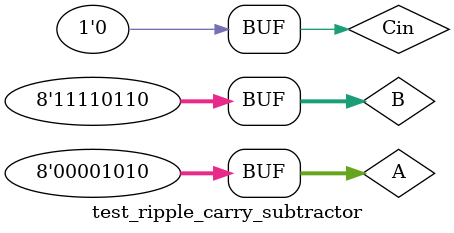
<source format=v>
`timescale 1ns / 1ps

module test_ripple_carry_subtractor;

        // Inputs
        reg [7:0] A;
        reg [7:0] B;
        reg Cin;

        // Outputs
        wire [7:0] D;
        wire Cout;

        // Instantiate the Unit Under Test (UUT)
        ripple_carry_subtractor #(
                .DATA_WIDTH(8)
        ) uut (
                .D(D),
                .Cout(Cout),
                .A(A),
                .B(B),
                .Cin(Cin)
        );

        initial begin
                // Initialize Inputs
                A = 0;
                B = 0;
                Cin = 0;

                // Wait 100 ns for global reset to finish
                #100;

                // Add stimulus here
                A = 1; B = 1;
                #100 A = 25; B = 7;
                #100 A = 8; B = 10;
                #100 A = -1; B = 1;
                #100 A = -1; B = -2;
                #100 A = 10; B = -10;
        end
endmodule

</source>
